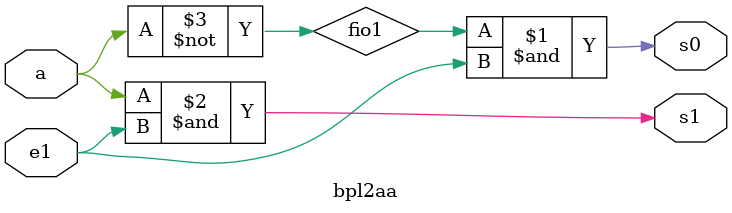
<source format=v>
module bpl2aa(e1,a,s0,s1);
	input e1,a;
	output s0,s1;
	
	wire fio1;
	
	not(fio1,a);
	and(s0,fio1,e1);
	and(s1,a,e1);
	
	
endmodule 
	
	
</source>
